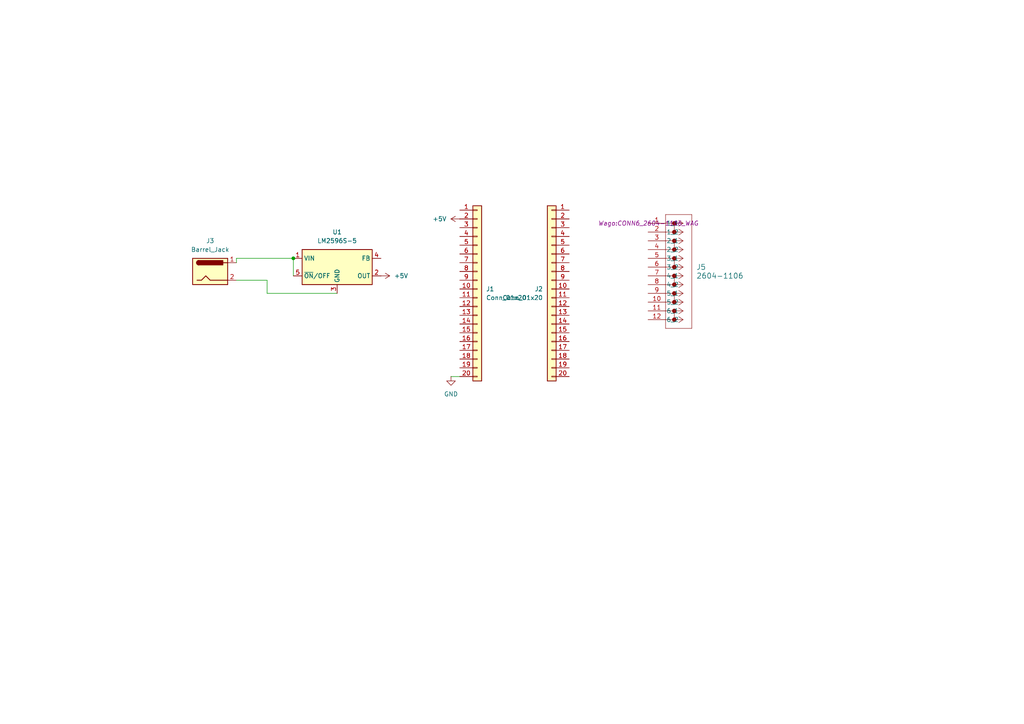
<source format=kicad_sch>
(kicad_sch (version 20250114) (generator "eeschema") (generator_version "9.0")
  (paper "A4")
  (lib_symbols
    (symbol "Connector:Barrel_Jack" (pin_names (offset 1.016))
      (property "Reference" "J" (at 0 5.334 0))
      (property "Value" "Barrel_Jack" (at 0 -5.08 0))
      (symbol "Barrel_Jack_0_1"
        (rectangle (start -5.08 3.81) (end 5.08 -3.81) (stroke (width 0.254)) (fill (type background)))
        (polyline (pts (xy -3.81 -2.54) (xy -2.54 -2.54) (xy -1.27 -1.27) (xy 0 -2.54) (xy 2.54 -2.54) (xy 5.08 -2.54)) (stroke (width 0.254)))
        (arc (start -3.302 1.905) (mid -3.9343 2.54) (end -3.302 3.175) (stroke (width 0.254)))
        (arc (start -3.302 1.905) (mid -3.9343 2.54) (end -3.302 3.175) (stroke (width 0.254)) (fill (type outline)))
        (rectangle (start 3.683 3.175) (end -3.302 1.905) (stroke (width 0.254)) (fill (type outline)))
        (polyline (pts (xy 5.08 2.54) (xy 3.81 2.54)) (stroke (width 0.254)))
      )
      (symbol "Barrel_Jack_1_1"
        (pin passive line (at 7.62 2.54 180) (length 2.54) (name "~") (number "1"))
        (pin passive line (at 7.62 -2.54 180) (length 2.54) (name "~") (number "2"))
      )
    )
    (symbol "Connector_Generic:Conn_01x20" (pin_names (offset 1.016) (hide yes))
      (property "Reference" "J" (at 0 25.4 0))
      (property "Value" "Conn_01x20" (at 0 -27.94 0))
      (symbol "Conn_01x20_1_1"
        (rectangle (start -1.27 24.13) (end 1.27 -26.67) (stroke (width 0.254)) (fill (type background)))
        (rectangle (start -1.27 22.987) (end 0 22.733) (stroke (width 0.1524)))
        (rectangle (start -1.27 20.447) (end 0 20.193) (stroke (width 0.1524)))
        (rectangle (start -1.27 17.907) (end 0 17.653) (stroke (width 0.1524)))
        (rectangle (start -1.27 15.367) (end 0 15.113) (stroke (width 0.1524)))
        (rectangle (start -1.27 12.827) (end 0 12.573) (stroke (width 0.1524)))
        (rectangle (start -1.27 10.287) (end 0 10.033) (stroke (width 0.1524)))
        (rectangle (start -1.27 7.747) (end 0 7.493) (stroke (width 0.1524)))
        (rectangle (start -1.27 5.207) (end 0 4.953) (stroke (width 0.1524)))
        (rectangle (start -1.27 2.667) (end 0 2.413) (stroke (width 0.1524)))
        (rectangle (start -1.27 0.127) (end 0 -0.127) (stroke (width 0.1524)))
        (rectangle (start -1.27 -2.413) (end 0 -2.667) (stroke (width 0.1524)))
        (rectangle (start -1.27 -4.953) (end 0 -5.207) (stroke (width 0.1524)))
        (rectangle (start -1.27 -7.493) (end 0 -7.747) (stroke (width 0.1524)))
        (rectangle (start -1.27 -10.033) (end 0 -10.287) (stroke (width 0.1524)))
        (rectangle (start -1.27 -12.573) (end 0 -12.827) (stroke (width 0.1524)))
        (rectangle (start -1.27 -15.113) (end 0 -15.367) (stroke (width 0.1524)))
        (rectangle (start -1.27 -17.653) (end 0 -17.907) (stroke (width 0.1524)))
        (rectangle (start -1.27 -20.193) (end 0 -20.447) (stroke (width 0.1524)))
        (rectangle (start -1.27 -22.733) (end 0 -22.987) (stroke (width 0.1524)))
        (rectangle (start -1.27 -25.273) (end 0 -25.527) (stroke (width 0.1524)))
        (pin passive line (at -5.08 22.86 0) (length 3.81) (name "Pin_1") (number "1"))
        (pin passive line (at -5.08 20.32 0) (length 3.81) (name "Pin_2") (number "2"))
        (pin passive line (at -5.08 17.78 0) (length 3.81) (name "Pin_3") (number "3"))
        (pin passive line (at -5.08 15.24 0) (length 3.81) (name "Pin_4") (number "4"))
        (pin passive line (at -5.08 12.7 0) (length 3.81) (name "Pin_5") (number "5"))
        (pin passive line (at -5.08 10.16 0) (length 3.81) (name "Pin_6") (number "6"))
        (pin passive line (at -5.08 7.62 0) (length 3.81) (name "Pin_7") (number "7"))
        (pin passive line (at -5.08 5.08 0) (length 3.81) (name "Pin_8") (number "8"))
        (pin passive line (at -5.08 2.54 0) (length 3.81) (name "Pin_9") (number "9"))
        (pin passive line (at -5.08 0 0) (length 3.81) (name "Pin_10") (number "10"))
        (pin passive line (at -5.08 -2.54 0) (length 3.81) (name "Pin_11") (number "11"))
        (pin passive line (at -5.08 -5.08 0) (length 3.81) (name "Pin_12") (number "12"))
        (pin passive line (at -5.08 -7.62 0) (length 3.81) (name "Pin_13") (number "13"))
        (pin passive line (at -5.08 -10.16 0) (length 3.81) (name "Pin_14") (number "14"))
        (pin passive line (at -5.08 -12.7 0) (length 3.81) (name "Pin_15") (number "15"))
        (pin passive line (at -5.08 -15.24 0) (length 3.81) (name "Pin_16") (number "16"))
        (pin passive line (at -5.08 -17.78 0) (length 3.81) (name "Pin_17") (number "17"))
        (pin passive line (at -5.08 -20.32 0) (length 3.81) (name "Pin_18") (number "18"))
        (pin passive line (at -5.08 -22.86 0) (length 3.81) (name "Pin_19") (number "19"))
        (pin passive line (at -5.08 -25.4 0) (length 3.81) (name "Pin_20") (number "20"))
      )
    )
    (symbol "Regulator_Switching:LM2596S-5"
      (property "Reference" "U" (at -10.16 6.35 0))
      (property "Value" "LM2596S-5" (at 0 6.35 0))
      (symbol "LM2596S-5_0_1"
        (rectangle (start -10.16 5.08) (end 10.16 -5.08) (stroke (width 0.254)) (fill (type background)))
      )
      (symbol "LM2596S-5_1_1"
        (pin power_in line (at -12.7 2.54 0) (length 2.54) (name "VIN") (number "1"))
        (pin input line (at -12.7 -2.54 0) (length 2.54) (name "~{ON}/OFF") (number "5"))
        (pin power_in line (at 0 -7.62 90) (length 2.54) (name "GND") (number "3"))
        (pin input line (at 12.7 2.54 180) (length 2.54) (name "FB") (number "4"))
        (pin output line (at 12.7 -2.54 180) (length 2.54) (name "OUT") (number "2"))
      )
    )
    (symbol "Wago:2604-1106" (pin_names (offset 0.254))
      (property "Reference" "J" (at 8.89 6.35 0))
      (property "Value" "2604-1106" (at 0 0 0))
      (symbol "2604-1106_1_1"
        (polyline (pts (xy 5.08 2.54) (xy 5.08 -30.48)) (stroke (width 0.127)))
        (polyline (pts (xy 5.08 -30.48) (xy 12.7 -30.48)) (stroke (width 0.127)))
        (polyline (pts (xy 7.62 0) (xy 7.62 -2.54)) (stroke (width 0.127)))
        (circle (center 7.62 0) (radius 0.127) (stroke (width 0.508)))
        (circle (center 7.62 -2.54) (radius 0.127) (stroke (width 0.508)))
        (polyline (pts (xy 7.62 -5.08) (xy 7.62 -7.62)) (stroke (width 0.127)))
        (circle (center 7.62 -5.08) (radius 0.127) (stroke (width 0.508)))
        (circle (center 7.62 -7.62) (radius 0.127) (stroke (width 0.508)))
        (polyline (pts (xy 7.62 -10.16) (xy 7.62 -12.7)) (stroke (width 0.127)))
        (circle (center 7.62 -10.16) (radius 0.127) (stroke (width 0.508)))
        (circle (center 7.62 -12.7) (radius 0.127) (stroke (width 0.508)))
        (polyline (pts (xy 7.62 -15.24) (xy 7.62 -17.78)) (stroke (width 0.127)))
        (circle (center 7.62 -15.24) (radius 0.127) (stroke (width 0.508)))
        (circle (center 7.62 -17.78) (radius 0.127) (stroke (width 0.508)))
        (polyline (pts (xy 7.62 -20.32) (xy 7.62 -22.86)) (stroke (width 0.127)))
        (circle (center 7.62 -20.32) (radius 0.127) (stroke (width 0.508)))
        (circle (center 7.62 -22.86) (radius 0.127) (stroke (width 0.508)))
        (polyline (pts (xy 7.62 -25.4) (xy 7.62 -27.94)) (stroke (width 0.127)))
        (circle (center 7.62 -25.4) (radius 0.127) (stroke (width 0.508)))
        (circle (center 7.62 -27.94) (radius 0.127) (stroke (width 0.508)))
        (polyline (pts (xy 10.16 0) (xy 5.08 0)) (stroke (width 0.127)))
        (polyline (pts (xy 10.16 0) (xy 8.89 0.8467)) (stroke (width 0.127)))
        (polyline (pts (xy 10.16 0) (xy 8.89 -0.8467)) (stroke (width 0.127)))
        (polyline (pts (xy 10.16 -2.54) (xy 5.08 -2.54)) (stroke (width 0.127)))
        (polyline (pts (xy 10.16 -2.54) (xy 8.89 -1.6933)) (stroke (width 0.127)))
        (polyline (pts (xy 10.16 -2.54) (xy 8.89 -3.3867)) (stroke (width 0.127)))
        (polyline (pts (xy 10.16 -5.08) (xy 5.08 -5.08)) (stroke (width 0.127)))
        (polyline (pts (xy 10.16 -5.08) (xy 8.89 -4.2333)) (stroke (width 0.127)))
        (polyline (pts (xy 10.16 -5.08) (xy 8.89 -5.9267)) (stroke (width 0.127)))
        (polyline (pts (xy 10.16 -7.62) (xy 5.08 -7.62)) (stroke (width 0.127)))
        (polyline (pts (xy 10.16 -7.62) (xy 8.89 -6.7733)) (stroke (width 0.127)))
        (polyline (pts (xy 10.16 -7.62) (xy 8.89 -8.4667)) (stroke (width 0.127)))
        (polyline (pts (xy 10.16 -10.16) (xy 5.08 -10.16)) (stroke (width 0.127)))
        (polyline (pts (xy 10.16 -10.16) (xy 8.89 -9.3133)) (stroke (width 0.127)))
        (polyline (pts (xy 10.16 -10.16) (xy 8.89 -11.0067)) (stroke (width 0.127)))
        (polyline (pts (xy 10.16 -12.7) (xy 5.08 -12.7)) (stroke (width 0.127)))
        (polyline (pts (xy 10.16 -12.7) (xy 8.89 -11.8533)) (stroke (width 0.127)))
        (polyline (pts (xy 10.16 -12.7) (xy 8.89 -13.5467)) (stroke (width 0.127)))
        (polyline (pts (xy 10.16 -15.24) (xy 5.08 -15.24)) (stroke (width 0.127)))
        (polyline (pts (xy 10.16 -15.24) (xy 8.89 -14.3933)) (stroke (width 0.127)))
        (polyline (pts (xy 10.16 -15.24) (xy 8.89 -16.0867)) (stroke (width 0.127)))
        (polyline (pts (xy 10.16 -17.78) (xy 5.08 -17.78)) (stroke (width 0.127)))
        (polyline (pts (xy 10.16 -17.78) (xy 8.89 -16.9333)) (stroke (width 0.127)))
        (polyline (pts (xy 10.16 -17.78) (xy 8.89 -18.6267)) (stroke (width 0.127)))
        (polyline (pts (xy 10.16 -20.32) (xy 5.08 -20.32)) (stroke (width 0.127)))
        (polyline (pts (xy 10.16 -20.32) (xy 8.89 -19.4733)) (stroke (width 0.127)))
        (polyline (pts (xy 10.16 -20.32) (xy 8.89 -21.1667)) (stroke (width 0.127)))
        (polyline (pts (xy 10.16 -22.86) (xy 5.08 -22.86)) (stroke (width 0.127)))
        (polyline (pts (xy 10.16 -22.86) (xy 8.89 -22.0133)) (stroke (width 0.127)))
        (polyline (pts (xy 10.16 -22.86) (xy 8.89 -23.7067)) (stroke (width 0.127)))
        (polyline (pts (xy 10.16 -25.4) (xy 5.08 -25.4)) (stroke (width 0.127)))
        (polyline (pts (xy 10.16 -25.4) (xy 8.89 -24.5533)) (stroke (width 0.127)))
        (polyline (pts (xy 10.16 -25.4) (xy 8.89 -26.2467)) (stroke (width 0.127)))
        (polyline (pts (xy 10.16 -27.94) (xy 5.08 -27.94)) (stroke (width 0.127)))
        (polyline (pts (xy 10.16 -27.94) (xy 8.89 -27.0933)) (stroke (width 0.127)))
        (polyline (pts (xy 10.16 -27.94) (xy 8.89 -28.7867)) (stroke (width 0.127)))
        (polyline (pts (xy 12.7 2.54) (xy 5.08 2.54)) (stroke (width 0.127)))
        (polyline (pts (xy 12.7 -30.48) (xy 12.7 2.54)) (stroke (width 0.127)))
        (pin unspecified line (at 0 0 0) (length 5.08) (name "1_1") (number "1"))
        (pin unspecified line (at 0 -2.54 0) (length 5.08) (name "1_2") (number "2"))
        (pin unspecified line (at 0 -5.08 0) (length 5.08) (name "2_1") (number "3"))
        (pin unspecified line (at 0 -7.62 0) (length 5.08) (name "2_2") (number "4"))
        (pin unspecified line (at 0 -10.16 0) (length 5.08) (name "3_1") (number "5"))
        (pin unspecified line (at 0 -12.7 0) (length 5.08) (name "3_2") (number "6"))
        (pin unspecified line (at 0 -15.24 0) (length 5.08) (name "4_1") (number "7"))
        (pin unspecified line (at 0 -17.78 0) (length 5.08) (name "4_2") (number "8"))
        (pin unspecified line (at 0 -20.32 0) (length 5.08) (name "5_1") (number "9"))
        (pin unspecified line (at 0 -22.86 0) (length 5.08) (name "5_2") (number "10"))
        (pin unspecified line (at 0 -25.4 0) (length 5.08) (name "6_1") (number "11"))
        (pin unspecified line (at 0 -27.94 0) (length 5.08) (name "6_2") (number "12"))
      )
      (symbol "2604-1106_1_2"
        (polyline (pts (xy 5.08 2.54) (xy 5.08 -30.48)) (stroke (width 0.127)))
        (polyline (pts (xy 5.08 -30.48) (xy 12.7 -30.48)) (stroke (width 0.127)))
        (polyline (pts (xy 7.62 0) (xy 7.62 -2.54)) (stroke (width 0.127)))
        (circle (center 7.62 0) (radius 0.127) (stroke (width 0.508)))
        (circle (center 7.62 -2.54) (radius 0.127) (stroke (width 0.508)))
        (polyline (pts (xy 7.62 -5.08) (xy 7.62 -7.62)) (stroke (width 0.127)))
        (circle (center 7.62 -5.08) (radius 0.127) (stroke (width 0.508)))
        (circle (center 7.62 -7.62) (radius 0.127) (stroke (width 0.508)))
        (polyline (pts (xy 7.62 -10.16) (xy 7.62 -12.7)) (stroke (width 0.127)))
        (circle (center 7.62 -10.16) (radius 0.127) (stroke (width 0.508)))
        (circle (center 7.62 -12.7) (radius 0.127) (stroke (width 0.508)))
        (polyline (pts (xy 7.62 -15.24) (xy 7.62 -17.78)) (stroke (width 0.127)))
        (circle (center 7.62 -15.24) (radius 0.127) (stroke (width 0.508)))
        (circle (center 7.62 -17.78) (radius 0.127) (stroke (width 0.508)))
        (polyline (pts (xy 7.62 -20.32) (xy 7.62 -22.86)) (stroke (width 0.127)))
        (circle (center 7.62 -20.32) (radius 0.127) (stroke (width 0.508)))
        (circle (center 7.62 -22.86) (radius 0.127) (stroke (width 0.508)))
        (polyline (pts (xy 7.62 -25.4) (xy 7.62 -27.94)) (stroke (width 0.127)))
        (circle (center 7.62 -25.4) (radius 0.127) (stroke (width 0.508)))
        (circle (center 7.62 -27.94) (radius 0.127) (stroke (width 0.508)))
        (polyline (pts (xy 10.16 0) (xy 5.08 0)) (stroke (width 0.127)))
        (polyline (pts (xy 10.16 0) (xy 8.89 0.8467)) (stroke (width 0.127)))
        (polyline (pts (xy 10.16 0) (xy 8.89 -0.8467)) (stroke (width 0.127)))
        (polyline (pts (xy 10.16 -2.54) (xy 5.08 -2.54)) (stroke (width 0.127)))
        (polyline (pts (xy 10.16 -2.54) (xy 8.89 -1.6933)) (stroke (width 0.127)))
        (polyline (pts (xy 10.16 -2.54) (xy 8.89 -3.3867)) (stroke (width 0.127)))
        (polyline (pts (xy 10.16 -5.08) (xy 5.08 -5.08)) (stroke (width 0.127)))
        (polyline (pts (xy 10.16 -5.08) (xy 8.89 -4.2333)) (stroke (width 0.127)))
        (polyline (pts (xy 10.16 -5.08) (xy 8.89 -5.9267)) (stroke (width 0.127)))
        (polyline (pts (xy 10.16 -7.62) (xy 5.08 -7.62)) (stroke (width 0.127)))
        (polyline (pts (xy 10.16 -7.62) (xy 8.89 -6.7733)) (stroke (width 0.127)))
        (polyline (pts (xy 10.16 -7.62) (xy 8.89 -8.4667)) (stroke (width 0.127)))
        (polyline (pts (xy 10.16 -10.16) (xy 5.08 -10.16)) (stroke (width 0.127)))
        (polyline (pts (xy 10.16 -10.16) (xy 8.89 -9.3133)) (stroke (width 0.127)))
        (polyline (pts (xy 10.16 -10.16) (xy 8.89 -11.0067)) (stroke (width 0.127)))
        (polyline (pts (xy 10.16 -12.7) (xy 5.08 -12.7)) (stroke (width 0.127)))
        (polyline (pts (xy 10.16 -12.7) (xy 8.89 -11.8533)) (stroke (width 0.127)))
        (polyline (pts (xy 10.16 -12.7) (xy 8.89 -13.5467)) (stroke (width 0.127)))
        (polyline (pts (xy 10.16 -15.24) (xy 5.08 -15.24)) (stroke (width 0.127)))
        (polyline (pts (xy 10.16 -15.24) (xy 8.89 -14.3933)) (stroke (width 0.127)))
        (polyline (pts (xy 10.16 -15.24) (xy 8.89 -16.0867)) (stroke (width 0.127)))
        (polyline (pts (xy 10.16 -17.78) (xy 5.08 -17.78)) (stroke (width 0.127)))
        (polyline (pts (xy 10.16 -17.78) (xy 8.89 -16.9333)) (stroke (width 0.127)))
        (polyline (pts (xy 10.16 -17.78) (xy 8.89 -18.6267)) (stroke (width 0.127)))
        (polyline (pts (xy 10.16 -20.32) (xy 5.08 -20.32)) (stroke (width 0.127)))
        (polyline (pts (xy 10.16 -20.32) (xy 8.89 -19.4733)) (stroke (width 0.127)))
        (polyline (pts (xy 10.16 -20.32) (xy 8.89 -21.1667)) (stroke (width 0.127)))
        (polyline (pts (xy 10.16 -22.86) (xy 5.08 -22.86)) (stroke (width 0.127)))
        (polyline (pts (xy 10.16 -22.86) (xy 8.89 -22.0133)) (stroke (width 0.127)))
        (polyline (pts (xy 10.16 -22.86) (xy 8.89 -23.7067)) (stroke (width 0.127)))
        (polyline (pts (xy 10.16 -25.4) (xy 5.08 -25.4)) (stroke (width 0.127)))
        (polyline (pts (xy 10.16 -25.4) (xy 8.89 -24.5533)) (stroke (width 0.127)))
        (polyline (pts (xy 10.16 -25.4) (xy 8.89 -26.2467)) (stroke (width 0.127)))
        (polyline (pts (xy 10.16 -27.94) (xy 5.08 -27.94)) (stroke (width 0.127)))
        (polyline (pts (xy 10.16 -27.94) (xy 8.89 -27.0933)) (stroke (width 0.127)))
        (polyline (pts (xy 10.16 -27.94) (xy 8.89 -28.7867)) (stroke (width 0.127)))
        (polyline (pts (xy 12.7 2.54) (xy 5.08 2.54)) (stroke (width 0.127)))
        (polyline (pts (xy 12.7 -30.48) (xy 12.7 2.54)) (stroke (width 0.127)))
        (pin unspecified line (at 0 0 0) (length 5.08) (name "1_1") (number "1"))
        (pin unspecified line (at 0 -2.54 0) (length 5.08) (name "1_2") (number "2"))
        (pin unspecified line (at 0 -5.08 0) (length 5.08) (name "2_1") (number "3"))
        (pin unspecified line (at 0 -7.62 0) (length 5.08) (name "2_2") (number "4"))
        (pin unspecified line (at 0 -10.16 0) (length 5.08) (name "3_1") (number "5"))
        (pin unspecified line (at 0 -12.7 0) (length 5.08) (name "3_2") (number "6"))
        (pin unspecified line (at 0 -15.24 0) (length 5.08) (name "4_1") (number "7"))
        (pin unspecified line (at 0 -17.78 0) (length 5.08) (name "4_2") (number "8"))
        (pin unspecified line (at 0 -20.32 0) (length 5.08) (name "5_1") (number "9"))
        (pin unspecified line (at 0 -22.86 0) (length 5.08) (name "5_2") (number "10"))
        (pin unspecified line (at 0 -25.4 0) (length 5.08) (name "6_1") (number "11"))
        (pin unspecified line (at 0 -27.94 0) (length 5.08) (name "6_2") (number "12"))
      )
    )
    (symbol "power:+5V" (power) (pin_numbers (hide yes)) (pin_names (offset 0) (hide yes))
      (property "Value" "+5V" (at 0 3.556 0))
      (symbol "+5V_0_1"
        (polyline (pts (xy -0.762 1.27) (xy 0 2.54)))
        (polyline (pts (xy 0 2.54) (xy 0.762 1.27)))
        (polyline (pts (xy 0 0) (xy 0 2.54)))
      )
      (symbol "+5V_1_1"
        (pin power_in line (at 0 0 90) (length 0) (name "~") (number "1"))
      )
    )
    (symbol "power:GND" (power) (pin_numbers (hide yes)) (pin_names (offset 0) (hide yes))
      (property "Value" "GND" (at 0 -3.81 0))
      (symbol "GND_0_1"
        (polyline (pts (xy 0 0) (xy 0 -1.27) (xy 1.27 -1.27) (xy 0 -2.54) (xy -1.27 -1.27) (xy 0 -1.27)))
      )
      (symbol "GND_1_1"
        (pin power_in line (at 0 0 270) (length 0) (name "~") (number "1"))
      )
    )
  )
  (junction (at 85.09 74.93))
  (wire (pts (xy 77.47 85.09) (xy 97.79 85.09)))
  (wire (pts (xy 68.58 74.93) (xy 68.58 76.2)))
  (wire (pts (xy 77.47 81.28) (xy 77.47 85.09)))
  (wire (pts (xy 85.09 74.93) (xy 68.58 74.93)))
  (wire (pts (xy 85.09 74.93) (xy 85.09 80.01)))
  (wire (pts (xy 68.58 81.28) (xy 77.47 81.28)))
  (wire (pts (xy 130.81 109.22) (xy 133.35 109.22)))
  (symbol (lib_id "Wago:2604-1106") (at 187.96 64.77 0) (unit 1)
    (property "Reference" "J5" (at 201.93 77.4699 0) (effects (font (size 1.524 1.524)) (justify left)))
    (property "Value" "2604-1106" (at 201.93 80.0099 0) (effects (font (size 1.524 1.524)) (justify left)))
    (property "Footprint" "Wago:CONN6_2604-1106_WAG" (at 187.96 64.77 0) (effects (font (italic yes))))
    (property "Datasheet" "2604-1106" (effects (hide yes)))
  )
  (symbol (lib_id "power:+5V") (at 110.49 80.01 270) (unit 1)
    (property "Reference" "#PWR01" (effects (hide yes)))
    (property "Value" "+5V" (at 114.3 80.0099 90) (effects (justify left)))
    (property "Description" "Power symbol creates a global label with name \"+5V\"" (effects (hide yes)))
  )
  (symbol (lib_id "Connector_Generic:Conn_01x20") (at 138.43 83.82 0) (unit 1)
    (property "Reference" "J1" (at 140.97 83.8199 0) (effects (justify left)))
    (property "Value" "Conn_01x20" (at 140.97 86.3599 0) (effects (justify left)))
    (property "Footprint" "Connector_PinHeader_2.54mm:PinHeader_1x20_P2.54mm_Vertical" (effects (hide yes)))
    (property "Description" "Generic connector, single row, 01x20, script generated (kicad-library-utils/schlib/autogen/connector/)" (effects (hide yes)))
  )
  (symbol (lib_id "Connector_Generic:Conn_01x20") (at 160.02 83.82 0) (mirror y) (unit 1)
    (property "Reference" "J2" (at 157.48 83.8199 0) (effects (justify left)))
    (property "Value" "Conn_01x20" (at 157.48 86.3599 0) (effects (justify left)))
    (property "Footprint" "Connector_PinHeader_2.54mm:PinHeader_1x20_P2.54mm_Vertical" (effects (hide yes)))
    (property "Description" "Generic connector, single row, 01x20, script generated (kicad-library-utils/schlib/autogen/connector/)" (effects (hide yes)))
  )
  (symbol (lib_id "power:GND") (at 130.81 109.22 0) (unit 1)
    (property "Reference" "#PWR03" (effects (hide yes)))
    (property "Value" "GND" (at 130.81 114.3 0))
    (property "Description" "Power symbol creates a global label with name \"GND\" , ground" (effects (hide yes)))
  )
  (symbol (lib_id "Connector:Barrel_Jack") (at 60.96 78.74 0) (unit 1)
    (property "Reference" "J3" (at 60.96 69.85 0))
    (property "Value" "Barrel_Jack" (at 60.96 72.39 0))
    (property "Footprint" "Connector_BarrelJack:BarrelJack_CUI_PJ-063AH_Horizontal" (effects (hide yes)))
    (property "Description" "DC Barrel Jack" (effects (hide yes)))
  )
  (symbol (lib_id "power:+5V") (at 133.35 63.5 90) (unit 1)
    (property "Reference" "#PWR02" (effects (hide yes)))
    (property "Value" "+5V" (at 129.54 63.4999 90) (effects (justify left)))
    (property "Description" "Power symbol creates a global label with name \"+5V\"" (effects (hide yes)))
  )
  (symbol (lib_id "Regulator_Switching:LM2596S-5") (at 97.79 77.47 0) (unit 1)
    (property "Reference" "U1" (at 97.79 67.31 0))
    (property "Value" "LM2596S-5" (at 97.79 69.85 0))
    (property "Footprint" "Package_TO_SOT_SMD:TO-263-5_TabPin3" (effects (hide yes)))
    (property "Datasheet" "http://www.ti.com/lit/ds/symlink/lm2596.pdf" (effects (hide yes)))
    (property "Description" "5V 3A Step-Down Voltage Regulator, TO-263" (effects (hide yes)))
  )
)
</source>
